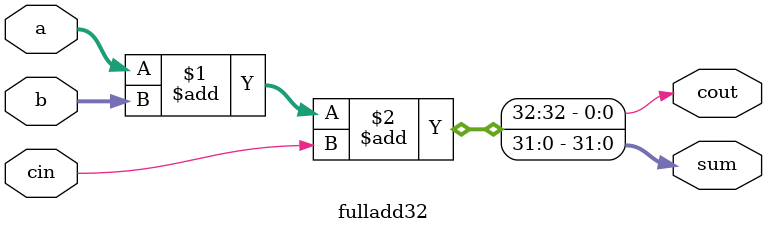
<source format=v>
module fulladd32(
    output [31:0] sum,
    output cout,
    input [31:0] a,b,
    input cin
);
assign {cout,sum}=a+b+cin;

endmodule
</source>
